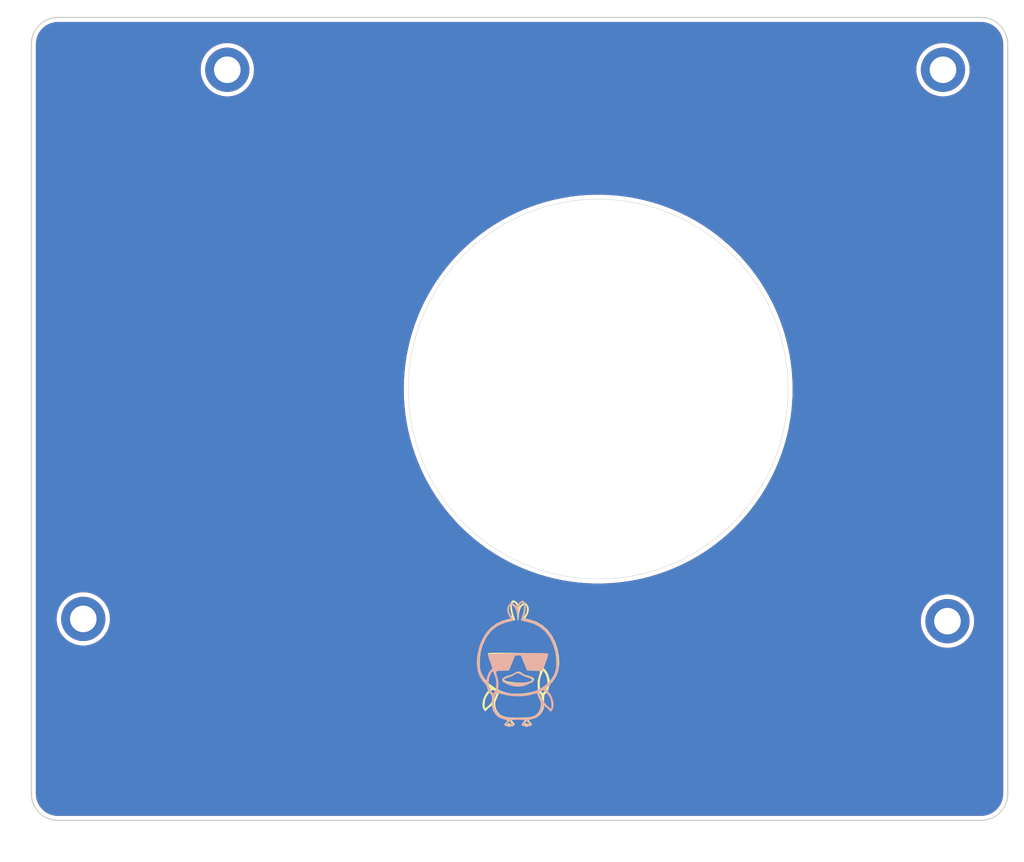
<source format=kicad_pcb>
(kicad_pcb (version 20211014) (generator pcbnew)
  (title_block (title "batta_choc") (rev "v1.0.0") (company "Unknown"))
  (layers (0 "F.Cu" signal) (31 "B.Cu" signal) (34 "B.Paste" user) (35 "F.Paste" user) (36 "B.SilkS" user "B.Silkscreen") (37 "F.SilkS" user "F.Silkscreen") (38 "B.Mask" user) (39 "F.Mask" user) (44 "Edge.Cuts" user))
  (net 0 "")
  (footprint "LOGO" (layer "F.Cu") (at 249.682 130.81)
    (fp_text reference "G***" hide)
    (fp_text value "LOGO" hide)
    (fp_poly (pts (xy 0.474181 -0.251487) (xy 0.52344 -0.211667) (xy 0.735405 -0.071562) (xy 0.931921 -0.000318) (xy 0.958996 0.001859) (xy 1.146597 0.037386) (xy 1.402747 0.124666) (xy 1.508908 0.169773) (xy 1.739319 0.292866) (xy 1.839479 0.406757) (xy 1.847575 0.5191) (xy 1.771718 0.696121) (xy 1.693333 0.767783) (xy 1.292004 0.968271) (xy 0.985942 1.100338) (xy 0.723688 1.18009) (xy 0.453781 1.223633) (xy 0.169333 1.244775) (xy -0.166747 1.25595) (xy -0.416858 1.236742) (xy -0.650151 1.17243) (xy -0.70977 1.146519) (xy -0.145956 1.146519) (xy -0.039582 1.159803) (xy 0.084667 1.162273) (xy 0.267788 1.155668) (xy 0.318057 1.138782) (xy 0.275167 1.125581) (xy 0.028449 1.111574) (xy -0.105833 1.125581) (xy -0.145956 1.146519) (xy -0.70977 1.146519) (xy -0.861849 1.080424) (xy -0.555945 1.080424) (xy -0.472722 1.093982) (xy -0.362908 1.078416) (xy -0.361597 1.049514) (xy -0.474914 1.029302) (xy -0.523875 1.04283) (xy -0.555945 1.080424) (xy -0.861849 1.080424) (xy -0.935777 1.048294) (xy -1.0795 0.978919) (xy -1.412697 0.803502) (xy -1.608156 0.665817) (xy -1.688339 0.548734) (xy -1.689109 0.542894) (xy -1.51287 0.542894) (xy -1.496445 0.563777) (xy -1.316017 0.658637) (xy -1.005752 0.736544) (xy -0.604513 0.79515) (xy -0.151166 0.832105) (xy 0.315425 0.845063) (xy 0.756396 0.831673) (xy 1.132882 0.789589) (xy 1.354667 0.736054) (xy 1.582017 0.62646) (xy 1.640717 0.511241) (xy 1.531306 0.391698) (xy 1.254325 0.269135) (xy 1.146323 0.234304) (xy 0.84481 0.12441) (xy 0.587835 -0.000634) (xy 0.463533 -0.086671) (xy 0.201922 -0.23365) (xy -0.083133 -0.21645) (xy -0.310142 -0.088931) (xy -0.512971 0.029633) (xy -0.800003 0.150728) (xy -0.975354 0.208514) (xy -1.305368 0.325458) (xy -1.487648 0.439037) (xy -1.51287 0.542894) (xy -1.689109 0.542894) (xy -1.693333 0.510873) (xy -1.614233 0.32379) (xy -1.399092 0.162813) (xy -1.081155 0.049908) (xy -0.961455 0.027263) (xy -0.665319 -0.061058) (xy -0.384727 -0.209006) (xy -0.365483 -0.222867) (xy -0.067205 -0.38796) (xy 0.200192 -0.397658)) (layer "F.SilkS") (width 0) (fill solid))
    (fp_poly (pts (xy -0.403944 -8.443239) (xy -0.269381 -8.376116) (xy -0.062017 -8.20262) (xy 0.069363 -8.016498) (xy 0.181059 -7.784147) (xy 0.435692 -7.998407) (xy 0.645802 -8.157237) (xy 0.795236 -8.19656) (xy 0.942679 -8.116981) (xy 1.062182 -8.004849) (xy 1.232331 -7.72248) (xy 1.27571 -7.37156) (xy 1.192591 -6.995491) (xy 1.054148 -6.732889) (xy 0.930821 -6.54023) (xy 0.866172 -6.417299) (xy 0.863648 -6.396777) (xy 0.953295 -6.370687) (xy 1.159521 -6.321611) (xy 1.373348 -6.274187) (xy 2.126709 -6.028122) (xy 2.801335 -5.636989) (xy 3.388482 -5.109912) (xy 3.879406 -4.456015) (xy 4.265363 -3.684422) (xy 4.481484 -3.030998) (xy 4.657146 -2.150057) (xy 4.69969 -1.331605) (xy 4.611088 -0.587274) (xy 4.393313 0.071305) (xy 4.048338 0.632502) (xy 3.817553 0.883674) (xy 3.653497 1.074574) (xy 3.562508 1.248282) (xy 3.556 1.289213) (xy 3.51399 1.48381) (xy 3.409902 1.72763) (xy 3.276652 1.958591) (xy 3.147155 2.114608) (xy 3.103814 2.142111) (xy 3.042865 2.207419) (xy 3.006736 2.364771) (xy 2.99143 2.642296) (xy 2.991097 2.93572) (xy 2.986592 3.343742) (xy 2.956655 3.64016) (xy 2.892186 3.881914) (xy 2.808911 4.075715) (xy 2.519216 4.488139) (xy 2.118745 4.788371) (xy 1.642172 4.950623) (xy 1.629833 4.952648) (xy 1.373301 5.023049) (xy 1.278833 5.123268) (xy 1.348994 5.248436) (xy 1.439333 5.314351) (xy 1.574724 5.450018) (xy 1.599274 5.58481) (xy 1.51051 5.666363) (xy 1.456267 5.672667) (xy 1.264714 5.728916) (xy 1.196567 5.7785) (xy 1.092129 5.833385) (xy 0.986948 5.74554) (xy 0.976095 5.7311) (xy 0.865008 5.638191) (xy 0.807464 5.6676) (xy 0.690607 5.750688) (xy 0.563808 5.732237) (xy 0.508 5.629504) (xy 0.544031 5.540005) (xy 0.714701 5.540005) (xy 0.729106 5.5498) (xy 0.79136 5.504771) (xy 0.92102 5.431693) (xy 1.007769 5.493085) (xy 1.042456 5.549666) (xy 1.117322 5.659162) (xy 1.154607 5.622719) (xy 1.166566 5.571526) (xy 1.25262 5.466462) (xy 1.338804 5.470453) (xy 1.397675 5.468385) (xy 1.3105 5.385384) (xy 1.291167 5.370766) (xy 1.147424 5.219397) (xy 1.093982 5.09084) (xy 1.079929 5.00247) (xy 1.041135 5.079282) (xy 1.040873 5.08) (xy 0.954538 5.232236) (xy 0.814723 5.416104) (xy 0.714701 5.540005) (xy 0.544031 5.540005) (xy 0.567751 5.481086) (xy 0.677333 5.356688) (xy 0.82354 5.207332) (xy 0.846937 5.103538) (xy 0.736013 5.038288) (xy 0.479257 5.004564) (xy 0.084667 4.995333) (xy -0.250892 5.00269) (xy -0.511057 5.022395) (xy -0.658058 5.050903) (xy -0.677333 5.066878) (xy -0.620721 5.171387) (xy -0.508 5.291667) (xy -0.372613 5.458835) (xy -0.342767 5.593994) (xy -0.419061 5.657921) (xy -0.502532 5.649564) (xy -0.65914 5.664398) (xy -0.711542 5.724356) (xy -0.813044 5.833177) (xy -0.933787 5.79805) (xy -0.984787 5.71655) (xy -1.064914 5.636038) (xy -1.188231 5.674217) (xy -1.357061 5.747921) (xy -1.427101 5.711715) (xy -1.439333 5.588717) (xy -1.398027 5.479925) (xy -1.236964 5.479925) (xy -1.142415 5.474575) (xy -1.070721 5.428947) (xy -0.970581 5.385828) (xy -0.902796 5.486159) (xy -0.890367 5.522715) (xy -0.839397 5.645021) (xy -0.802357 5.612375) (xy -0.790055 5.571526) (xy -0.695489 5.467609) (xy -0.608529 5.473574) (xy -0.536775 5.480347) (xy -0.59837 5.405412) (xy -0.64597 5.363048) (xy -0.797115 5.202381) (xy -0.872119 5.08) (xy -0.910157 5.007287) (xy -0.924649 5.098188) (xy -0.998257 5.249266) (xy -1.107918 5.337881) (xy -1.225574 5.426654) (xy -1.236964 5.479925) (xy -1.398027 5.479925) (xy -1.372742 5.413328) (xy -1.27 5.314351) (xy -1.125769 5.188289) (xy -1.137737 5.08156) (xy -1.310623 4.987755) (xy -1.560861 4.919292) (xy -2.014214 4.735019) (xy -2.386231 4.417178) (xy -2.649659 3.992667) (xy -2.727046 3.768314) (xy -2.828316 3.389676) (xy -3.043991 3.526766) (xy -3.258073 3.693796) (xy -3.449847 3.885095) (xy -3.640028 4.106333) (xy -3.819442 3.894667) (xy -3.950013 3.619759) (xy -3.971282 3.357932) (xy -3.724551 3.357932) (xy -3.716983 3.583442) (xy -3.67999 3.712029) (xy -3.655814 3.725333) (xy -3.563381 3.670824) (xy -3.389582 3.528307) (xy -3.21662 3.369779) (xy -2.526471 3.369779) (xy -2.444529 3.749525) (xy -2.343254 3.986085) (xy -2.165694 4.257822) (xy -1.94187 4.466617) (xy -1.650819 4.618568) (xy -1.271581 4.719771) (xy -0.783194 4.776324) (xy -0.164697 4.794325) (xy 0.406465 4.785941) (xy 0.889045 4.769116) (xy 1.240605 4.745484) (xy 1.499454 4.709307) (xy 1.703903 4.65485) (xy 1.89226 4.576376) (xy 1.930465 4.557744) (xy 2.304166 4.282326) (xy 2.576741 3.893514) (xy 2.736145 3.42192) (xy 2.770334 2.898157) (xy 2.720774 2.548964) (xy 2.635753 2.241084) (xy 2.527551 2.063532) (xy 2.36129 1.999754) (xy 2.102091 2.033197) (xy 1.810429 2.11692) (xy 1.133775 2.271959) (xy 0.377327 2.34948) (xy -0.386584 2.346341) (xy -1.085628 2.259397) (xy -1.150784 2.245618) (xy -1.48468 2.166517) (xy -1.766335 2.09023) (xy -1.944596 2.030842) (xy -1.964947 2.021398) (xy -2.06693 1.999342) (xy -2.138673 2.087845) (xy -2.196048 2.266372) (xy -2.286099 2.523446) (xy -2.393639 2.733179) (xy -2.408576 2.754283) (xy -2.515436 3.02011) (xy -2.526471 3.369779) (xy -3.21662 3.369779) (xy -3.184329 3.340183) (xy -2.953603 3.080831) (xy -2.728946 2.764366) (xy -2.53849 2.438189) (xy -2.410368 2.149699) (xy -2.371494 1.970674) (xy -2.439054 1.86401) (xy -2.604045 1.746466) (xy -2.616613 1.739831) (xy -2.764974 1.672743) (xy -2.874785 1.675717) (xy -2.997735 1.768322) (xy -3.165022 1.947438) (xy -3.370897 2.208223) (xy -3.543846 2.482925) (xy -3.596409 2.590787) (xy -3.661694 2.81251) (xy -3.705264 3.08459) (xy -3.724551 3.357932) (xy -3.971282 3.357932) (xy -3.979553 3.256121) (xy -3.917385 2.843459) (xy -3.772833 2.421475) (xy -3.555219 2.029877) (xy -3.314885 1.745908) (xy -3.058261 1.50215) (xy -3.516756 1.083112) (xy -3.993312 0.538137) (xy -4.252459 0.100691) (xy -4.372614 -0.152507) (xy -4.451675 -0.360285) (xy -4.498003 -0.569785) (xy -4.519961 -0.82815) (xy -4.525914 -1.182525) (xy -4.525384 -1.437846) (xy -4.52226 -1.481667) (xy -4.266059 -1.481667) (xy -4.262355 -1.068489) (xy -4.240933 -0.768424) (xy -4.192071 -0.525438) (xy -4.10605 -0.283499) (xy -4.026911 -0.103122) (xy -3.683451 0.457745) (xy -3.198727 0.967465) (xy -2.597636 1.407522) (xy -1.905072 1.7594) (xy -1.215943 1.987468) (xy -0.736969 2.064872) (xy -0.156441 2.092747) (xy 0.466033 2.073537) (xy 1.070848 2.009687) (xy 1.598397 1.90364) (xy 1.723484 1.866931) (xy 2.303968 1.68098) (xy 2.25054 1.242656) (xy 2.25971 0.779448) (xy 2.506126 0.779448) (xy 2.507955 1.181989) (xy 2.555413 1.542741) (xy 2.64802 1.802789) (xy 2.655379 1.81448) (xy 2.808388 2.048) (xy 3.006529 1.861856) (xy 3.146375 1.665951) (xy 3.267202 1.389765) (xy 3.302109 1.269543) (xy 3.356966 0.713583) (xy 3.264506 0.170398) (xy 3.087926 -0.223603) (xy 2.964492 -0.414714) (xy 2.893452 -0.473984) (xy 2.846892 -0.418654) (xy 2.833091 -0.381) (xy 2.759688 -0.190303) (xy 2.655487 0.053148) (xy 2.641277 0.084667) (xy 2.550407 0.394035) (xy 2.506126 0.779448) (xy 2.25971 0.779448) (xy 2.262341 0.646523) (xy 2.330827 0.338667) (xy 2.442641 -0.042247) (xy 2.50249 -0.287705) (xy 2.492205 -0.428177) (xy 2.393619 -0.494134) (xy 2.188565 -0.516045) (xy 1.858875 -0.52438) (xy 1.815431 -0.525736) (xy 1.072433 -0.550333) (xy 0.725607 -1.397) (xy 0.37878 -2.243667) (xy -0.281764 -2.243667) (xy -0.975512 -0.550333) (xy -1.827568 -0.526369) (xy -2.679625 -0.502404) (xy -3.034266 -1.442808) (xy -3.168276 -1.817411) (xy -3.269196 -2.137387) (xy -3.32705 -2.368229) (xy -3.332483 -2.474508) (xy -3.254143 -2.498938) (xy -3.048786 -2.516614) (xy -2.709312 -2.527606) (xy -2.22862 -2.53198) (xy -1.599608 -2.529805) (xy -0.815177 -2.521149) (xy 0.072865 -2.507118) (xy 0.808855 -2.493386) (xy 1.490622 -2.47906) (xy 2.099898 -2.464643) (xy 2.618411 -2.450639) (xy 3.027891 -2.437554) (xy 3.310069 -2.425891) (xy 3.446673 -2.416156) (xy 3.456531 -2.413691) (xy 3.444877 -2.324433) (xy 3.38552 -2.111971) (xy 3.289063 -1.812082) (xy 3.212253 -1.589373) (xy 2.933234 -0.799797) (xy 3.157976 -0.575054) (xy 3.319757 -0.345386) (xy 3.467376 -0.017483) (xy 3.525421 0.162961) (xy 3.668123 0.676235) (xy 3.880642 0.363485) (xy 4.143258 -0.093902) (xy 4.307744 -0.569611) (xy 4.388402 -1.116053) (xy 4.402667 -1.549453) (xy 4.333481 -2.457713) (xy 4.13208 -3.294405) (xy 3.8077 -4.046916) (xy 3.369577 -4.702637) (xy 2.826947 -5.248956) (xy 2.189044 -5.673262) (xy 1.465106 -5.962944) (xy 1.108963 -6.046916) (xy 0.779663 -6.123552) (xy 0.608366 -6.217781) (xy 0.584088 -6.357979) (xy 0.695843 -6.572524) (xy 0.832666 -6.760621) (xy 1.010317 -7.082479) (xy 1.058333 -7.418676) (xy 1.024344 -7.740138) (xy 0.920472 -7.909447) (xy 0.743857 -7.929953) (xy 0.650704 -7.896561) (xy 0.436808 -7.713086) (xy 0.271105 -7.39809) (xy 0.168038 -6.98599) (xy 0.141499 -6.683209) (xy 0.122614 -6.367336) (xy 0.093268 -6.209934) (xy 0.05991 -6.200986) (xy 0.028985 -6.330475) (xy 0.00694 -6.588386) (xy 0 -6.903053) (xy -0.025724 -7.442946) (xy -0.100976 -7.846886) (xy -0.222876 -8.105839) (xy -0.388545 -8.21077) (xy -0.4174 -8.212667) (xy -0.579249 -8.138007) (xy -0.640827 -8.007926) (xy -0.651429 -7.789494) (xy -0.615789 -7.467712) (xy -0.544172 -7.098858) (xy -0.446846 -6.739207) (xy -0.370757 -6.5275) (xy -0.299213 -6.334187) (xy -0.27363 -6.222716) (xy -0.275967 -6.215145) (xy -0.36446 -6.187479) (xy -0.576096 -6.136566) (xy -0.868022 -6.072616) (xy -0.918703 -6.061985) (xy -1.72486 -5.823495) (xy -2.412712 -5.466115) (xy -2.989924 -4.984119) (xy -3.464161 -4.371778) (xy -3.669351 -4.006437) (xy -3.975106 -3.306223) (xy -4.164551 -2.626649) (xy -4.253847 -1.899333) (xy -4.266059 -1.481667) (xy -4.52226 -1.481667) (xy -4.456078 -2.409961) (xy -4.261804 -3.300466) (xy -3.94973 -4.098953) (xy -3.527025 -4.795014) (xy -3.000856 -5.378241) (xy -2.378391 -5.838224) (xy -1.666798 -6.164555) (xy -1.17975 -6.296064) (xy -0.909183 -6.356755) (xy -0.712549 -6.41112) (xy -0.643079 -6.440699) (xy -0.638996 -6.53993) (xy -0.674589 -6.750014) (xy -0.72178 -6.946604) (xy -0.825796 -7.464949) (xy -0.841521 -7.891329) (xy -0.769675 -8.205694) (xy -0.671548 -8.344903) (xy -0.531315 -8.448022)) (layer "F.SilkS") (width 0) (fill solid))
  )
  (footprint "" (layer "F.Cu") (at 200.66 124.46)
    (fp_text reference "" (at 0 0) (layer "F.SilkS") (effects (font (size 1.27 1.27))))
    (fp_text value "" (at 0 0) (layer "F.SilkS") (effects (font (size 1.27 1.27))))
    (pad "1" thru_hole circle (at 0 0) (size 5 5) (drill 3) (layers *.Cu *.Mask))
  )
  (footprint "" (layer "F.Cu") (at 297.688 62.484)
    (fp_text reference "" (at 0 0) (layer "F.SilkS") (effects (font (size 1.27 1.27))))
    (fp_text value "" (at 0 0) (layer "F.SilkS") (effects (font (size 1.27 1.27))))
    (pad "1" thru_hole circle (at 0 0) (size 5 5) (drill 3) (layers *.Cu *.Mask))
  )
  (footprint "" (layer "F.Cu") (at 216.916 62.484)
    (fp_text reference "" (at 0 0) (layer "F.SilkS") (effects (font (size 1.27 1.27))))
    (fp_text value "" (at 0 0) (layer "F.SilkS") (effects (font (size 1.27 1.27))))
    (pad "1" thru_hole circle (at 0 0) (size 5 5) (drill 3) (layers *.Cu *.Mask))
  )
  (footprint "" (layer "F.Cu") (at 298.196 124.714)
    (fp_text reference "" (at 0 0) (layer "F.SilkS") (effects (font (size 1.27 1.27))))
    (fp_text value "" (at 0 0) (layer "F.SilkS") (effects (font (size 1.27 1.27))))
    (pad "1" thru_hole circle (at 0 0) (size 5 5) (drill 3) (layers *.Cu *.Mask))
  )
  (footprint "LOGO" (layer "B.Cu") (at 249.768888 130.847319 180)
    (fp_text reference "G***" hide)
    (fp_text value "LOGO" hide)
    (fp_poly (pts (xy -0.403944 8.443239) (xy -0.269381 8.376116) (xy -0.062017 8.20262) (xy 0.069363 8.016498) (xy 0.181059 7.784147) (xy 0.435692 7.998407) (xy 0.645802 8.157237) (xy 0.795236 8.19656) (xy 0.942679 8.116981) (xy 1.062182 8.004849) (xy 1.232331 7.72248) (xy 1.27571 7.37156) (xy 1.192591 6.995491) (xy 1.054148 6.732889) (xy 0.930821 6.54023) (xy 0.866172 6.417299) (xy 0.863648 6.396777) (xy 0.953295 6.370687) (xy 1.159521 6.321611) (xy 1.373348 6.274187) (xy 2.126709 6.028122) (xy 2.801335 5.636989) (xy 3.388482 5.109912) (xy 3.879406 4.456015) (xy 4.265363 3.684422) (xy 4.481484 3.030998) (xy 4.657146 2.150057) (xy 4.69969 1.331605) (xy 4.611088 0.587274) (xy 4.393313 -0.071305) (xy 4.048338 -0.632502) (xy 3.817553 -0.883674) (xy 3.653497 -1.074574) (xy 3.562508 -1.248282) (xy 3.556 -1.289213) (xy 3.51399 -1.48381) (xy 3.409902 -1.72763) (xy 3.276652 -1.958591) (xy 3.147155 -2.114608) (xy 3.103814 -2.142111) (xy 3.042865 -2.207419) (xy 3.006736 -2.364771) (xy 2.99143 -2.642296) (xy 2.991097 -2.93572) (xy 2.986592 -3.343742) (xy 2.956655 -3.64016) (xy 2.892186 -3.881914) (xy 2.808911 -4.075715) (xy 2.519216 -4.488139) (xy 2.118745 -4.788371) (xy 1.642172 -4.950623) (xy 1.629833 -4.952648) (xy 1.373301 -5.023049) (xy 1.278833 -5.123268) (xy 1.348994 -5.248436) (xy 1.439333 -5.314351) (xy 1.574724 -5.450018) (xy 1.599274 -5.58481) (xy 1.51051 -5.666363) (xy 1.456267 -5.672667) (xy 1.264714 -5.728916) (xy 1.196567 -5.7785) (xy 1.092129 -5.833385) (xy 0.986948 -5.74554) (xy 0.976095 -5.7311) (xy 0.865008 -5.638191) (xy 0.807464 -5.6676) (xy 0.690607 -5.750688) (xy 0.563808 -5.732237) (xy 0.508 -5.629504) (xy 0.544031 -5.540005) (xy 0.714701 -5.540005) (xy 0.729106 -5.5498) (xy 0.79136 -5.504771) (xy 0.92102 -5.431693) (xy 1.007769 -5.493085) (xy 1.042456 -5.549666) (xy 1.117322 -5.659162) (xy 1.154607 -5.622719) (xy 1.166566 -5.571526) (xy 1.25262 -5.466462) (xy 1.338804 -5.470453) (xy 1.397675 -5.468385) (xy 1.3105 -5.385384) (xy 1.291167 -5.370766) (xy 1.147424 -5.219397) (xy 1.093982 -5.09084) (xy 1.079929 -5.00247) (xy 1.041135 -5.079282) (xy 1.040873 -5.08) (xy 0.954538 -5.232236) (xy 0.814723 -5.416104) (xy 0.714701 -5.540005) (xy 0.544031 -5.540005) (xy 0.567751 -5.481086) (xy 0.677333 -5.356688) (xy 0.82354 -5.207332) (xy 0.846937 -5.103538) (xy 0.736013 -5.038288) (xy 0.479257 -5.004564) (xy 0.084667 -4.995333) (xy -0.250892 -5.00269) (xy -0.511057 -5.022395) (xy -0.658058 -5.050903) (xy -0.677333 -5.066878) (xy -0.620721 -5.171387) (xy -0.508 -5.291667) (xy -0.372613 -5.458835) (xy -0.342767 -5.593994) (xy -0.419061 -5.657921) (xy -0.502532 -5.649564) (xy -0.65914 -5.664398) (xy -0.711542 -5.724356) (xy -0.813044 -5.833177) (xy -0.933787 -5.79805) (xy -0.984787 -5.71655) (xy -1.064914 -5.636038) (xy -1.188231 -5.674217) (xy -1.357061 -5.747921) (xy -1.427101 -5.711715) (xy -1.439333 -5.588717) (xy -1.398027 -5.479925) (xy -1.236964 -5.479925) (xy -1.142415 -5.474575) (xy -1.070721 -5.428947) (xy -0.970581 -5.385828) (xy -0.902796 -5.486159) (xy -0.890367 -5.522715) (xy -0.839397 -5.645021) (xy -0.802357 -5.612375) (xy -0.790055 -5.571526) (xy -0.695489 -5.467609) (xy -0.608529 -5.473574) (xy -0.536775 -5.480347) (xy -0.59837 -5.405412) (xy -0.64597 -5.363048) (xy -0.797115 -5.202381) (xy -0.872119 -5.08) (xy -0.910157 -5.007287) (xy -0.924649 -5.098188) (xy -0.998257 -5.249266) (xy -1.107918 -5.337881) (xy -1.225574 -5.426654) (xy -1.236964 -5.479925) (xy -1.398027 -5.479925) (xy -1.372742 -5.413328) (xy -1.27 -5.314351) (xy -1.125769 -5.188289) (xy -1.137737 -5.08156) (xy -1.310623 -4.987755) (xy -1.560861 -4.919292) (xy -2.014214 -4.735019) (xy -2.386231 -4.417178) (xy -2.649659 -3.992667) (xy -2.727046 -3.768314) (xy -2.828316 -3.389676) (xy -3.043991 -3.526766) (xy -3.258073 -3.693796) (xy -3.449847 -3.885095) (xy -3.640028 -4.106333) (xy -3.819442 -3.894667) (xy -3.950013 -3.619759) (xy -3.971282 -3.357932) (xy -3.724551 -3.357932) (xy -3.716983 -3.583442) (xy -3.67999 -3.712029) (xy -3.655814 -3.725333) (xy -3.563381 -3.670824) (xy -3.389582 -3.528307) (xy -3.21662 -3.369779) (xy -2.526471 -3.369779) (xy -2.444529 -3.749525) (xy -2.343254 -3.986085) (xy -2.165694 -4.257822) (xy -1.94187 -4.466617) (xy -1.650819 -4.618568) (xy -1.271581 -4.719771) (xy -0.783194 -4.776324) (xy -0.164697 -4.794325) (xy 0.406465 -4.785941) (xy 0.889045 -4.769116) (xy 1.240605 -4.745484) (xy 1.499454 -4.709307) (xy 1.703903 -4.65485) (xy 1.89226 -4.576376) (xy 1.930465 -4.557744) (xy 2.304166 -4.282326) (xy 2.576741 -3.893514) (xy 2.736145 -3.42192) (xy 2.770334 -2.898157) (xy 2.720774 -2.548964) (xy 2.635753 -2.241084) (xy 2.527551 -2.063532) (xy 2.36129 -1.999754) (xy 2.102091 -2.033197) (xy 1.810429 -2.11692) (xy 1.133775 -2.271959) (xy 0.377327 -2.34948) (xy -0.386584 -2.346341) (xy -1.085628 -2.259397) (xy -1.150784 -2.245618) (xy -1.48468 -2.166517) (xy -1.766335 -2.09023) (xy -1.944596 -2.030842) (xy -1.964947 -2.021398) (xy -2.06693 -1.999342) (xy -2.138673 -2.087845) (xy -2.196048 -2.266372) (xy -2.286099 -2.523446) (xy -2.393639 -2.733179) (xy -2.408576 -2.754283) (xy -2.515436 -3.02011) (xy -2.526471 -3.369779) (xy -3.21662 -3.369779) (xy -3.184329 -3.340183) (xy -2.953603 -3.080831) (xy -2.728946 -2.764366) (xy -2.53849 -2.438189) (xy -2.410368 -2.149699) (xy -2.371494 -1.970674) (xy -2.439054 -1.86401) (xy -2.604045 -1.746466) (xy -2.616613 -1.739831) (xy -2.764974 -1.672743) (xy -2.874785 -1.675717) (xy -2.997735 -1.768322) (xy -3.165022 -1.947438) (xy -3.370897 -2.208223) (xy -3.543846 -2.482925) (xy -3.596409 -2.590787) (xy -3.661694 -2.81251) (xy -3.705264 -3.08459) (xy -3.724551 -3.357932) (xy -3.971282 -3.357932) (xy -3.979553 -3.256121) (xy -3.917385 -2.843459) (xy -3.772833 -2.421475) (xy -3.555219 -2.029877) (xy -3.314885 -1.745908) (xy -3.058261 -1.50215) (xy -3.516756 -1.083112) (xy -3.993312 -0.538137) (xy -4.252459 -0.100691) (xy -4.372614 0.152507) (xy -4.451675 0.360285) (xy -4.498003 0.569785) (xy -4.519961 0.82815) (xy -4.525914 1.182525) (xy -4.525384 1.437846) (xy -4.52226 1.481667) (xy -4.266059 1.481667) (xy -4.262355 1.068489) (xy -4.240933 0.768424) (xy -4.192071 0.525438) (xy -4.10605 0.283499) (xy -4.026911 0.103122) (xy -3.683451 -0.457745) (xy -3.198727 -0.967465) (xy -2.597636 -1.407522) (xy -1.905072 -1.7594) (xy -1.215943 -1.987468) (xy -0.736969 -2.064872) (xy -0.156441 -2.092747) (xy 0.466033 -2.073537) (xy 1.070848 -2.009687) (xy 1.598397 -1.90364) (xy 1.723484 -1.866931) (xy 2.303968 -1.68098) (xy 2.25054 -1.242656) (xy 2.25971 -0.779448) (xy 2.506126 -0.779448) (xy 2.507955 -1.181989) (xy 2.555413 -1.542741) (xy 2.64802 -1.802789) (xy 2.655379 -1.81448) (xy 2.808388 -2.048) (xy 3.006529 -1.861856) (xy 3.146375 -1.665951) (xy 3.267202 -1.389765) (xy 3.302109 -1.269543) (xy 3.356966 -0.713583) (xy 3.264506 -0.170398) (xy 3.087926 0.223603) (xy 2.964492 0.414714) (xy 2.893452 0.473984) (xy 2.846892 0.418654) (xy 2.833091 0.381) (xy 2.759688 0.190303) (xy 2.655487 -0.053148) (xy 2.641277 -0.084667) (xy 2.550407 -0.394035) (xy 2.506126 -0.779448) (xy 2.25971 -0.779448) (xy 2.262341 -0.646523) (xy 2.330827 -0.338667) (xy 2.442641 0.042247) (xy 2.50249 0.287705) (xy 2.492205 0.428177) (xy 2.393619 0.494134) (xy 2.188565 0.516045) (xy 1.858875 0.52438) (xy 1.815431 0.525736) (xy 1.072433 0.550333) (xy 0.725607 1.397) (xy 0.37878 2.243667) (xy -0.281764 2.243667) (xy -0.975512 0.550333) (xy -1.827568 0.526369) (xy -2.679625 0.502404) (xy -3.034266 1.442808) (xy -3.168276 1.817411) (xy -3.269196 2.137387) (xy -3.32705 2.368229) (xy -3.332483 2.474508) (xy -3.254143 2.498938) (xy -3.048786 2.516614) (xy -2.709312 2.527606) (xy -2.22862 2.53198) (xy -1.599608 2.529805) (xy -0.815177 2.521149) (xy 0.072865 2.507118) (xy 0.808855 2.493386) (xy 1.490622 2.47906) (xy 2.099898 2.464643) (xy 2.618411 2.450639) (xy 3.027891 2.437554) (xy 3.310069 2.425891) (xy 3.446673 2.416156) (xy 3.456531 2.413691) (xy 3.444877 2.324433) (xy 3.38552 2.111971) (xy 3.289063 1.812082) (xy 3.212253 1.589373) (xy 2.933234 0.799797) (xy 3.157976 0.575054) (xy 3.319757 0.345386) (xy 3.467376 0.017483) (xy 3.525421 -0.162961) (xy 3.668123 -0.676235) (xy 3.880642 -0.363485) (xy 4.143258 0.093902) (xy 4.307744 0.569611) (xy 4.388402 1.116053) (xy 4.402667 1.549453) (xy 4.333481 2.457713) (xy 4.13208 3.294405) (xy 3.8077 4.046916) (xy 3.369577 4.702637) (xy 2.826947 5.248956) (xy 2.189044 5.673262) (xy 1.465106 5.962944) (xy 1.108963 6.046916) (xy 0.779663 6.123552) (xy 0.608366 6.217781) (xy 0.584088 6.357979) (xy 0.695843 6.572524) (xy 0.832666 6.760621) (xy 1.010317 7.082479) (xy 1.058333 7.418676) (xy 1.024344 7.740138) (xy 0.920472 7.909447) (xy 0.743857 7.929953) (xy 0.650704 7.896561) (xy 0.436808 7.713086) (xy 0.271105 7.39809) (xy 0.168038 6.98599) (xy 0.141499 6.683209) (xy 0.122614 6.367336) (xy 0.093268 6.209934) (xy 0.05991 6.200986) (xy 0.028985 6.330475) (xy 0.00694 6.588386) (xy 0 6.903053) (xy -0.025724 7.442946) (xy -0.100976 7.846886) (xy -0.222876 8.105839) (xy -0.388545 8.21077) (xy -0.4174 8.212667) (xy -0.579249 8.138007) (xy -0.640827 8.007926) (xy -0.651429 7.789494) (xy -0.615789 7.467712) (xy -0.544172 7.098858) (xy -0.446846 6.739207) (xy -0.370757 6.5275) (xy -0.299213 6.334187) (xy -0.27363 6.222716) (xy -0.275967 6.215145) (xy -0.36446 6.187479) (xy -0.576096 6.136566) (xy -0.868022 6.072616) (xy -0.918703 6.061985) (xy -1.72486 5.823495) (xy -2.412712 5.466115) (xy -2.989924 4.984119) (xy -3.464161 4.371778) (xy -3.669351 4.006437) (xy -3.975106 3.306223) (xy -4.164551 2.626649) (xy -4.253847 1.899333) (xy -4.266059 1.481667) (xy -4.52226 1.481667) (xy -4.456078 2.409961) (xy -4.261804 3.300466) (xy -3.94973 4.098953) (xy -3.527025 4.795014) (xy -3.000856 5.378241) (xy -2.378391 5.838224) (xy -1.666798 6.164555) (xy -1.17975 6.296064) (xy -0.909183 6.356755) (xy -0.712549 6.41112) (xy -0.643079 6.440699) (xy -0.638996 6.53993) (xy -0.674589 6.750014) (xy -0.72178 6.946604) (xy -0.825796 7.464949) (xy -0.841521 7.891329) (xy -0.769675 8.205694) (xy -0.671548 8.344903) (xy -0.531315 8.448022)) (layer "B.SilkS") (width 0) (fill solid))
    (fp_poly (pts (xy 0.474181 0.251487) (xy 0.52344 0.211667) (xy 0.735405 0.071562) (xy 0.931921 0.000318) (xy 0.958996 -0.001859) (xy 1.146597 -0.037386) (xy 1.402747 -0.124666) (xy 1.508908 -0.169773) (xy 1.739319 -0.292866) (xy 1.839479 -0.406757) (xy 1.847575 -0.5191) (xy 1.771718 -0.696121) (xy 1.693333 -0.767783) (xy 1.292004 -0.968271) (xy 0.985942 -1.100338) (xy 0.723688 -1.18009) (xy 0.453781 -1.223633) (xy 0.169333 -1.244775) (xy -0.166747 -1.25595) (xy -0.416858 -1.236742) (xy -0.650151 -1.17243) (xy -0.70977 -1.146519) (xy -0.145956 -1.146519) (xy -0.039582 -1.159803) (xy 0.084667 -1.162273) (xy 0.267788 -1.155668) (xy 0.318057 -1.138782) (xy 0.275167 -1.125581) (xy 0.028449 -1.111574) (xy -0.105833 -1.125581) (xy -0.145956 -1.146519) (xy -0.70977 -1.146519) (xy -0.861849 -1.080424) (xy -0.555945 -1.080424) (xy -0.472722 -1.093982) (xy -0.362908 -1.078416) (xy -0.361597 -1.049514) (xy -0.474914 -1.029302) (xy -0.523875 -1.04283) (xy -0.555945 -1.080424) (xy -0.861849 -1.080424) (xy -0.935777 -1.048294) (xy -1.0795 -0.978919) (xy -1.412697 -0.803502) (xy -1.608156 -0.665817) (xy -1.688339 -0.548734) (xy -1.689109 -0.542894) (xy -1.51287 -0.542894) (xy -1.496445 -0.563777) (xy -1.316017 -0.658637) (xy -1.005752 -0.736544) (xy -0.604513 -0.79515) (xy -0.151166 -0.832105) (xy 0.315425 -0.845063) (xy 0.756396 -0.831673) (xy 1.132882 -0.789589) (xy 1.354667 -0.736054) (xy 1.582017 -0.62646) (xy 1.640717 -0.511241) (xy 1.531306 -0.391698) (xy 1.254325 -0.269135) (xy 1.146323 -0.234304) (xy 0.84481 -0.12441) (xy 0.587835 0.000634) (xy 0.463533 0.086671) (xy 0.201922 0.23365) (xy -0.083133 0.21645) (xy -0.310142 0.088931) (xy -0.512971 -0.029633) (xy -0.800003 -0.150728) (xy -0.975354 -0.208514) (xy -1.305368 -0.325458) (xy -1.487648 -0.439037) (xy -1.51287 -0.542894) (xy -1.689109 -0.542894) (xy -1.693333 -0.510873) (xy -1.614233 -0.32379) (xy -1.399092 -0.162813) (xy -1.081155 -0.049908) (xy -0.961455 -0.027263) (xy -0.665319 0.061058) (xy -0.384727 0.209006) (xy -0.365483 0.222867) (xy -0.067205 0.38796) (xy 0.200192 0.397658)) (layer "B.SilkS") (width 0) (fill solid))
  )
  (gr_line (start 197.803209 147.196367) (end 301.990601 147.196367) (layer "Edge.Cuts") (width 0.15))
  (gr_arc (start 197.803209 147.196367) (mid 195.681895 146.317689) (end 194.803209 144.196367) (layer "Edge.Cuts") (width 0.15))
  (gr_line (start 197.803209 56.581422) (end 301.990601 56.581422) (layer "Edge.Cuts") (width 0.15))
  (gr_arc (start 304.990601 144.196367) (mid 304.111933 146.317709) (end 301.990601 147.196367) (layer "Edge.Cuts") (width 0.15))
  (gr_line (start 194.803209 144.196367) (end 194.803209 59.581422) (layer "Edge.Cuts") (width 0.15))
  (gr_line (start 304.990601 144.196367) (end 304.990601 59.581422) (layer "Edge.Cuts") (width 0.15))
  (gr_arc (start 301.990601 56.581422) (mid 304.111921 57.460102) (end 304.990601 59.581422) (layer "Edge.Cuts") (width 0.15))
  (gr_circle (center 258.775 98.525) (end 266.675 118.45) (layer "Edge.Cuts") (width 0.05) (fill none))
  (gr_arc (start 194.803209 59.581422) (mid 195.681889 57.460102) (end 197.803209 56.581422) (layer "Edge.Cuts") (width 0.15))
  (zone (net 0) (net_name "") (layers F&B.Cu) (connect_pads (clearance 0.508)) (min_thickness 0.254) (fill yes (thermal_gap 0.508) (thermal_bridge_width 0.508) (island_removal_mode 1) (island_area_min 0))
    (polygon (pts (xy 306.832 151.892) (xy 191.262 150.876) (xy 192.278 54.61) (xy 306.832 54.864)))
  )
)
</source>
